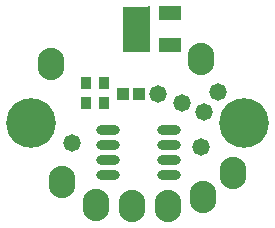
<source format=gts>
G04 Layer_Color=8388736*
%FSLAX25Y25*%
%MOIN*%
G70*
G01*
G75*
%ADD18C,0.06000*%
%ADD24O,0.07887X0.03162*%
%ADD25R,0.03556X0.04343*%
%ADD26R,0.07493X0.05131*%
%ADD27R,0.03950X0.04343*%
%ADD28O,0.08800X0.10800*%
%ADD29C,0.16548*%
%ADD30C,0.05800*%
G36*
X51500Y86000D02*
Y71000D01*
X42500D01*
Y86000D01*
X50500D01*
X51000Y86500D01*
X51500Y86000D01*
D02*
G37*
D18*
X47000Y81500D02*
D03*
Y74500D02*
D03*
D24*
X37264Y45000D02*
D03*
Y40000D02*
D03*
Y35000D02*
D03*
Y30000D02*
D03*
X57736Y45000D02*
D03*
Y40000D02*
D03*
Y35000D02*
D03*
Y30000D02*
D03*
D25*
X35953Y54000D02*
D03*
X30047D02*
D03*
X35953Y60500D02*
D03*
X30047D02*
D03*
D26*
X58000Y83815D02*
D03*
Y73185D02*
D03*
D27*
X42244Y57000D02*
D03*
X47756D02*
D03*
D28*
X33500Y20000D02*
D03*
X69000Y22500D02*
D03*
X45500Y19500D02*
D03*
X57500D02*
D03*
X68500Y68500D02*
D03*
X79000Y30500D02*
D03*
X22000Y27500D02*
D03*
X18500Y67000D02*
D03*
D29*
X82677Y47244D02*
D03*
X11811D02*
D03*
D30*
X68500Y39343D02*
D03*
X25500Y40500D02*
D03*
X74000Y57500D02*
D03*
X54000Y57000D02*
D03*
X62000Y54000D02*
D03*
X69500Y51000D02*
D03*
M02*

</source>
